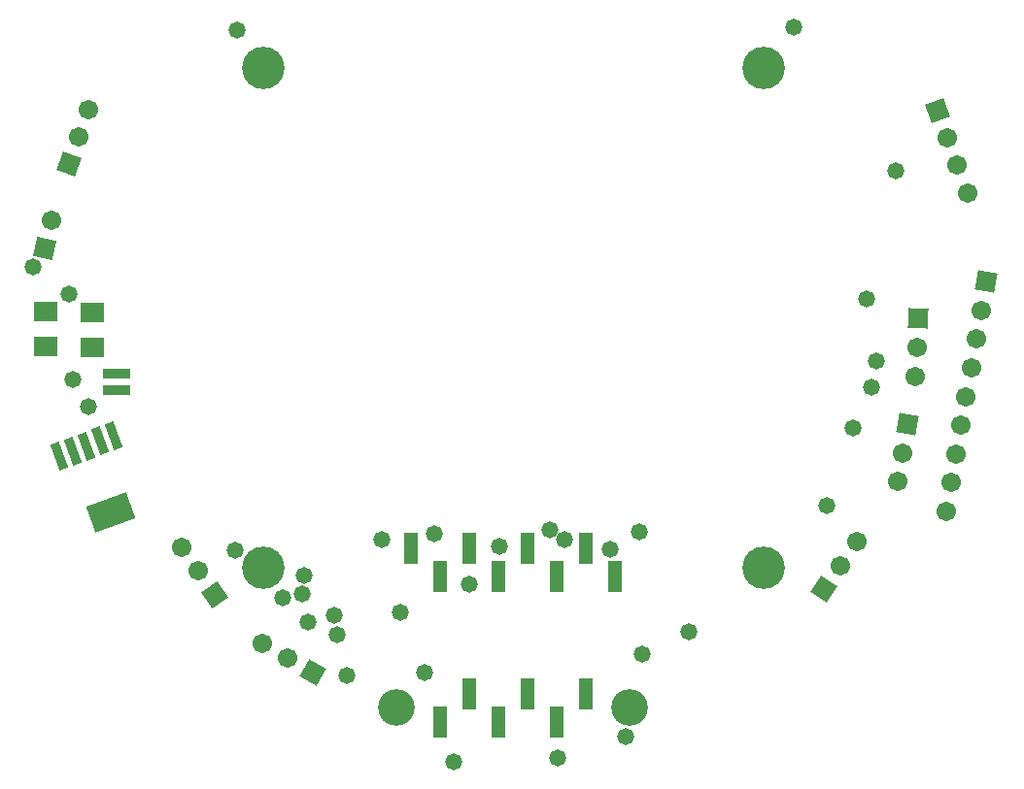
<source format=gbs>
G04 Layer_Color=16711935*
%FSLAX44Y44*%
%MOMM*%
G71*
G01*
G75*
%ADD122C,1.7032*%
%ADD123P,2.4087X4X170.0*%
%ADD124P,2.4087X4X195.0*%
%ADD125C,3.7032*%
%ADD126P,2.4087X4X335.0*%
%ADD127P,2.4087X4X305.0*%
%ADD128C,3.2032*%
%ADD129P,2.4087X4X115.0*%
%ADD130P,2.4087X4X122.0*%
%ADD131P,2.4087X4X312.0*%
%ADD132P,2.4087X4X101.0*%
%ADD133C,1.4732*%
%ADD134R,2.1032X1.8032*%
%ADD135R,1.2032X2.7032*%
G04:AMPARAMS|DCode=136|XSize=3.7032mm|YSize=2.4032mm|CornerRadius=0mm|HoleSize=0mm|Usage=FLASHONLY|Rotation=200.000|XOffset=0mm|YOffset=0mm|HoleType=Round|Shape=Rectangle|*
%AMROTATEDRECTD136*
4,1,4,1.3290,1.7624,2.1509,-0.4959,-1.3290,-1.7624,-2.1509,0.4959,1.3290,1.7624,0.0*
%
%ADD136ROTATEDRECTD136*%

G04:AMPARAMS|DCode=137|XSize=0.8032mm|YSize=2.4032mm|CornerRadius=0mm|HoleSize=0mm|Usage=FLASHONLY|Rotation=200.000|XOffset=0mm|YOffset=0mm|HoleType=Round|Shape=Rectangle|*
%AMROTATEDRECTD137*
4,1,4,-0.0336,1.2665,0.7883,-0.9918,0.0336,-1.2665,-0.7883,0.9918,-0.0336,1.2665,0.0*
%
%ADD137ROTATEDRECTD137*%

%ADD138R,2.4892X0.9652*%
D122*
X-288958Y-200212D02*
D03*
X-274389Y-221019D02*
D03*
X-218363Y-284601D02*
D03*
X-196366Y-297301D02*
D03*
X378245Y156707D02*
D03*
X386932Y132839D02*
D03*
X395619Y108971D02*
D03*
X407794Y6228D02*
D03*
X376919Y-168871D02*
D03*
X381330Y-143856D02*
D03*
X385741Y-118842D02*
D03*
X390151Y-93828D02*
D03*
X394562Y-68814D02*
D03*
X398973Y-43800D02*
D03*
X403383Y-18786D02*
D03*
X-370173Y181711D02*
D03*
X-378860Y157843D02*
D03*
X-402367Y84847D02*
D03*
X335049Y-143057D02*
D03*
X339460Y-118043D02*
D03*
X350491Y-51570D02*
D03*
X351821Y-26205D02*
D03*
X299347Y-195135D02*
D03*
X285144Y-216192D02*
D03*
D123*
X-259820Y-241825D02*
D03*
D124*
X-174369Y-310001D02*
D03*
D125*
X218100Y-218100D02*
D03*
X-218100D02*
D03*
X218100Y218100D02*
D03*
X-218100D02*
D03*
D126*
X369557Y180575D02*
D03*
D127*
X412205Y31242D02*
D03*
X343870Y-93029D02*
D03*
D128*
X101600Y-340350D02*
D03*
X-101600D02*
D03*
D129*
X-387547Y133975D02*
D03*
D130*
X-408081Y60098D02*
D03*
D131*
X353150Y-840D02*
D03*
D132*
X270940Y-237250D02*
D03*
D133*
X153143Y-274508D02*
D03*
X-178941Y-265292D02*
D03*
X-156056Y-259721D02*
D03*
X-241075Y250711D02*
D03*
X-387468Y20306D02*
D03*
X97833Y-365119D02*
D03*
X-242070Y-203120D02*
D03*
X-153200Y-276379D02*
D03*
X-98551Y-256734D02*
D03*
X-145380Y-312562D02*
D03*
X-418693Y44006D02*
D03*
X44765Y-193899D02*
D03*
X-115001Y-193898D02*
D03*
X244519Y253207D02*
D03*
X333288Y127937D02*
D03*
X307577Y16119D02*
D03*
X295778Y-96104D02*
D03*
X316395Y-37779D02*
D03*
X312157Y-60677D02*
D03*
X273436Y-164297D02*
D03*
X-77173Y-309524D02*
D03*
X112527Y-293144D02*
D03*
X-383744Y-53951D02*
D03*
X-370672Y-77542D02*
D03*
X38539Y-384348D02*
D03*
X-38118Y-232368D02*
D03*
X84222Y-201781D02*
D03*
X-12466Y-199407D02*
D03*
X109447Y-186456D02*
D03*
X-69156Y-188340D02*
D03*
X31670Y-184947D02*
D03*
X-182553Y-224641D02*
D03*
X-184236Y-241130D02*
D03*
X-200947Y-244843D02*
D03*
X-52175Y-387487D02*
D03*
D134*
X-366597Y4850D02*
D03*
Y-26150D02*
D03*
X-407890Y5495D02*
D03*
Y-25505D02*
D03*
D135*
X63640Y-200850D02*
D03*
X38240Y-352850D02*
D03*
X-38100Y-200850D02*
D03*
X-63500Y-352850D02*
D03*
X63640Y-327850D02*
D03*
X38240Y-225850D02*
D03*
X-63500D02*
D03*
X-38100Y-327850D02*
D03*
X12700Y-200850D02*
D03*
X-12700Y-352850D02*
D03*
X-88890Y-200850D02*
D03*
X89020Y-225850D02*
D03*
X12700Y-327850D02*
D03*
X-12700Y-225850D02*
D03*
D136*
X-350658Y-170311D02*
D03*
D137*
X-359929Y-107706D02*
D03*
X-383797Y-116394D02*
D03*
X-347995Y-103363D02*
D03*
X-371863Y-112050D02*
D03*
X-395731Y-120737D02*
D03*
D138*
X-345750Y-62965D02*
D03*
Y-49285D02*
D03*
M02*

</source>
